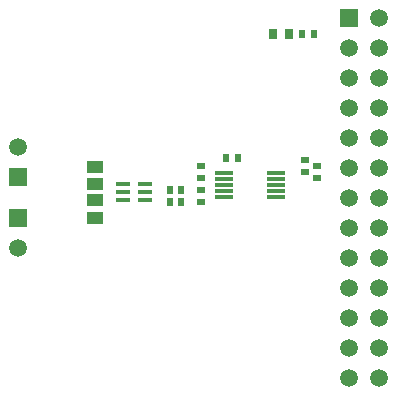
<source format=gbr>
%TF.GenerationSoftware,Altium Limited,Altium Designer,21.2.2 (38)*%
G04 Layer_Color=8388736*
%FSLAX45Y45*%
%MOMM*%
%TF.SameCoordinates,DC8D9031-FEEE-4EB9-A140-7D2FD38E5C7C*%
%TF.FilePolarity,Negative*%
%TF.FileFunction,Soldermask,Top*%
%TF.Part,Single*%
G01*
G75*
%TA.AperFunction,SMDPad,CuDef*%
%ADD10R,1.40000X1.10000*%
%ADD14R,0.80000X0.90000*%
G04:AMPARAMS|DCode=15|XSize=1.19mm|YSize=0.4mm|CornerRadius=0.05mm|HoleSize=0mm|Usage=FLASHONLY|Rotation=0.000|XOffset=0mm|YOffset=0mm|HoleType=Round|Shape=RoundedRectangle|*
%AMROUNDEDRECTD15*
21,1,1.19000,0.30000,0,0,0.0*
21,1,1.09000,0.40000,0,0,0.0*
1,1,0.10000,0.54500,-0.15000*
1,1,0.10000,-0.54500,-0.15000*
1,1,0.10000,-0.54500,0.15000*
1,1,0.10000,0.54500,0.15000*
%
%ADD15ROUNDEDRECTD15*%
%TA.AperFunction,ComponentPad*%
%ADD20R,1.50000X1.50000*%
%ADD21C,1.50000*%
%TA.AperFunction,SMDPad,CuDef*%
%ADD27R,0.70000X0.60000*%
%ADD28R,0.60000X0.70000*%
%ADD29R,1.55000X0.40000*%
D10*
X880000Y1985000D02*
D03*
Y1835000D02*
D03*
X880000Y1555000D02*
D03*
Y1705000D02*
D03*
D14*
X2525000Y3105000D02*
D03*
X2385000D02*
D03*
D15*
X1114000Y1835000D02*
D03*
Y1770000D02*
D03*
Y1705000D02*
D03*
X1306000D02*
D03*
Y1770000D02*
D03*
Y1835000D02*
D03*
D20*
X230000Y1554000D02*
D03*
Y1900000D02*
D03*
X3031000Y3247000D02*
D03*
D21*
X230000Y1300000D02*
D03*
Y2154000D02*
D03*
X3285000Y3247000D02*
D03*
X3031000Y2993000D02*
D03*
X3285000D02*
D03*
X3031000Y2739000D02*
D03*
X3285000D02*
D03*
X3031000Y2485000D02*
D03*
X3285000D02*
D03*
X3031000Y2231000D02*
D03*
X3285000D02*
D03*
X3031000Y1977000D02*
D03*
X3285000D02*
D03*
X3031000Y1723000D02*
D03*
X3285000D02*
D03*
X3031000Y1469000D02*
D03*
X3285000D02*
D03*
X3031000Y1215000D02*
D03*
X3285000D02*
D03*
X3031000Y961000D02*
D03*
X3285000D02*
D03*
X3031000Y707000D02*
D03*
X3285000D02*
D03*
X3031000Y453000D02*
D03*
X3285000D02*
D03*
X3031000Y199000D02*
D03*
X3285000D02*
D03*
D27*
X2760000Y1990000D02*
D03*
Y1890000D02*
D03*
X2660000Y2040000D02*
D03*
Y1940000D02*
D03*
X1780000Y1690000D02*
D03*
Y1790000D02*
D03*
Y1990000D02*
D03*
Y1890000D02*
D03*
D28*
X1510000Y1790000D02*
D03*
X1610000D02*
D03*
X1510000Y1690000D02*
D03*
X1610000D02*
D03*
X1990000Y2060000D02*
D03*
X2090000D02*
D03*
X2730000Y3105000D02*
D03*
X2630000D02*
D03*
D29*
X2410000Y1730000D02*
D03*
Y1780000D02*
D03*
Y1830000D02*
D03*
Y1880000D02*
D03*
Y1930000D02*
D03*
X1970000D02*
D03*
Y1880000D02*
D03*
Y1830000D02*
D03*
Y1780000D02*
D03*
Y1730000D02*
D03*
%TF.MD5,567d966f1592de8a0b4b8a85ae27a386*%
M02*

</source>
